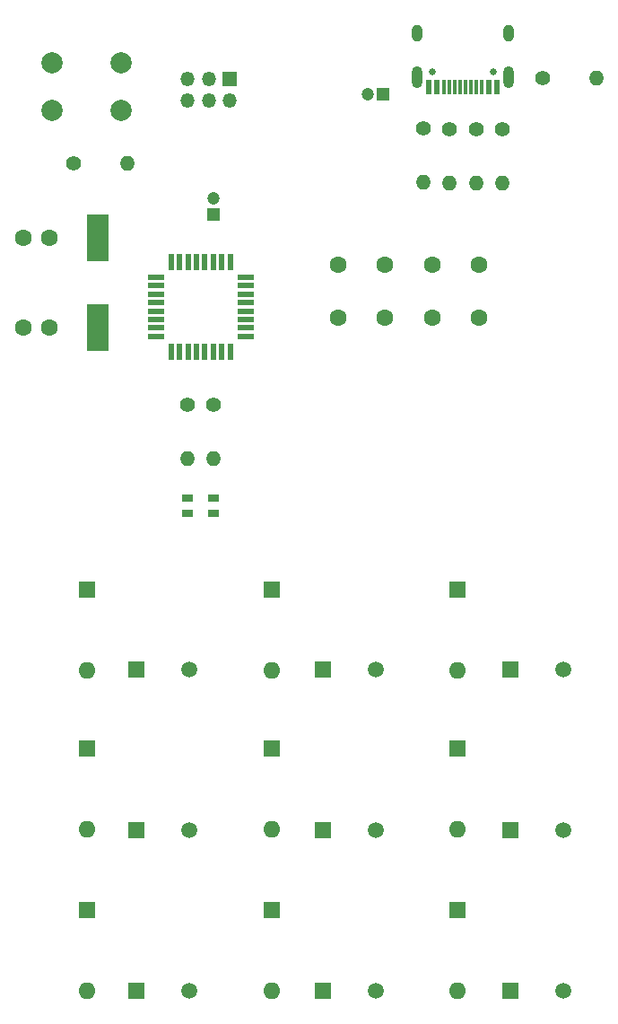
<source format=gts>
G04 #@! TF.GenerationSoftware,KiCad,Pcbnew,(6.0.5)*
G04 #@! TF.CreationDate,2022-08-13T18:19:54+10:00*
G04 #@! TF.ProjectId,test_microcontroller,74657374-5f6d-4696-9372-6f636f6e7472,rev?*
G04 #@! TF.SameCoordinates,Original*
G04 #@! TF.FileFunction,Soldermask,Top*
G04 #@! TF.FilePolarity,Negative*
%FSLAX46Y46*%
G04 Gerber Fmt 4.6, Leading zero omitted, Abs format (unit mm)*
G04 Created by KiCad (PCBNEW (6.0.5)) date 2022-08-13 18:19:54*
%MOMM*%
%LPD*%
G01*
G04 APERTURE LIST*
%ADD10R,1.600000X1.600000*%
%ADD11O,1.600000X1.600000*%
%ADD12R,1.508000X1.508000*%
%ADD13C,1.508000*%
%ADD14C,1.600000*%
%ADD15C,1.400000*%
%ADD16O,1.400000X1.400000*%
%ADD17R,1.200000X1.200000*%
%ADD18C,1.200000*%
%ADD19R,1.350000X1.350000*%
%ADD20O,1.350000X1.350000*%
%ADD21C,0.650000*%
%ADD22R,0.600000X1.450000*%
%ADD23R,0.300000X1.450000*%
%ADD24O,1.000000X1.600000*%
%ADD25O,1.000000X2.100000*%
%ADD26C,2.000000*%
%ADD27R,1.600000X0.550000*%
%ADD28R,0.550000X1.600000*%
%ADD29R,1.000000X0.800000*%
%ADD30R,2.000000X4.500000*%
G04 APERTURE END LIST*
D10*
X43500000Y-74690000D03*
D11*
X43500000Y-82310000D03*
D12*
X65821850Y-97375000D03*
D13*
X70825650Y-97375000D03*
D12*
X83498100Y-97375000D03*
D13*
X88501900Y-97375000D03*
D12*
X65821850Y-82250000D03*
D13*
X70825650Y-82250000D03*
D12*
X65821850Y-112500000D03*
D13*
X70825650Y-112500000D03*
D14*
X37500000Y-50000000D03*
X40000000Y-50000000D03*
D10*
X61000000Y-74690000D03*
D11*
X61000000Y-82310000D03*
D15*
X86500000Y-26460000D03*
D16*
X91580000Y-26460000D03*
D14*
X80500000Y-44000000D03*
X80500000Y-49000000D03*
D17*
X55500000Y-39250000D03*
D18*
X55500000Y-37750000D03*
D19*
X57000000Y-26500000D03*
D20*
X57000000Y-28500000D03*
X55000000Y-26500000D03*
X55000000Y-28500000D03*
X53000000Y-26500000D03*
X53000000Y-28500000D03*
D15*
X42250000Y-34500000D03*
D16*
X47330000Y-34500000D03*
D14*
X71666668Y-44000000D03*
X71666668Y-49000000D03*
D15*
X80250000Y-31210000D03*
D16*
X80250000Y-36290000D03*
D21*
X76110000Y-25810000D03*
X81890000Y-25810000D03*
D22*
X82250000Y-27255000D03*
X81450000Y-27255000D03*
D23*
X80250000Y-27255000D03*
X79250000Y-27255000D03*
X78750000Y-27255000D03*
X77750000Y-27255000D03*
D22*
X76550000Y-27255000D03*
X75750000Y-27255000D03*
X75750000Y-27255000D03*
X76550000Y-27255000D03*
D23*
X77250000Y-27255000D03*
X78250000Y-27255000D03*
X79750000Y-27255000D03*
X80750000Y-27255000D03*
D22*
X81450000Y-27255000D03*
X82250000Y-27255000D03*
D24*
X74680000Y-22160000D03*
X83320000Y-22160000D03*
D25*
X83320000Y-26340000D03*
X74680000Y-26340000D03*
D10*
X78500000Y-104940000D03*
D11*
X78500000Y-112560000D03*
D15*
X75250000Y-31170000D03*
D16*
X75250000Y-36250000D03*
D12*
X48145600Y-82250000D03*
D13*
X53149400Y-82250000D03*
D26*
X46750000Y-25000000D03*
X40250000Y-25000000D03*
X46750000Y-29500000D03*
X40250000Y-29500000D03*
D27*
X50000000Y-45200000D03*
X50000000Y-46000000D03*
X50000000Y-46800000D03*
X50000000Y-47600000D03*
X50000000Y-48400000D03*
X50000000Y-49200000D03*
X50000000Y-50000000D03*
X50000000Y-50800000D03*
D28*
X51450000Y-52250000D03*
X52250000Y-52250000D03*
X53050000Y-52250000D03*
X53850000Y-52250000D03*
X54650000Y-52250000D03*
X55450000Y-52250000D03*
X56250000Y-52250000D03*
X57050000Y-52250000D03*
D27*
X58500000Y-50800000D03*
X58500000Y-50000000D03*
X58500000Y-49200000D03*
X58500000Y-48400000D03*
X58500000Y-47600000D03*
X58500000Y-46800000D03*
X58500000Y-46000000D03*
X58500000Y-45200000D03*
D28*
X57050000Y-43750000D03*
X56250000Y-43750000D03*
X55450000Y-43750000D03*
X54650000Y-43750000D03*
X53850000Y-43750000D03*
X53050000Y-43750000D03*
X52250000Y-43750000D03*
X51450000Y-43750000D03*
D12*
X83498100Y-82250000D03*
D13*
X88501900Y-82250000D03*
D17*
X71500000Y-27960000D03*
D18*
X70000000Y-27960000D03*
D15*
X77750000Y-31210000D03*
D16*
X77750000Y-36290000D03*
D15*
X82750000Y-31210000D03*
D16*
X82750000Y-36290000D03*
D29*
X55500000Y-67450000D03*
X55500000Y-66050000D03*
X53000000Y-66050000D03*
X53000000Y-67450000D03*
D12*
X48145600Y-112500000D03*
D13*
X53149400Y-112500000D03*
D15*
X53000000Y-57250000D03*
D16*
X53000000Y-62330000D03*
D10*
X43500000Y-89690000D03*
D11*
X43500000Y-97310000D03*
D12*
X48145600Y-97375000D03*
D13*
X53149400Y-97375000D03*
D12*
X83498100Y-112500000D03*
D13*
X88501900Y-112500000D03*
D14*
X37500000Y-41500000D03*
X40000000Y-41500000D03*
D10*
X43500000Y-104940000D03*
D11*
X43500000Y-112560000D03*
D14*
X76083334Y-44000000D03*
X76083334Y-49000000D03*
D10*
X78500000Y-89690000D03*
D11*
X78500000Y-97310000D03*
D10*
X61000000Y-89690000D03*
D11*
X61000000Y-97310000D03*
D10*
X61000000Y-104940000D03*
D11*
X61000000Y-112560000D03*
D10*
X78500000Y-74690000D03*
D11*
X78500000Y-82310000D03*
D30*
X44500000Y-50000000D03*
X44500000Y-41500000D03*
D15*
X55500000Y-57250000D03*
D16*
X55500000Y-62330000D03*
D14*
X67250000Y-44000000D03*
X67250000Y-49000000D03*
M02*

</source>
